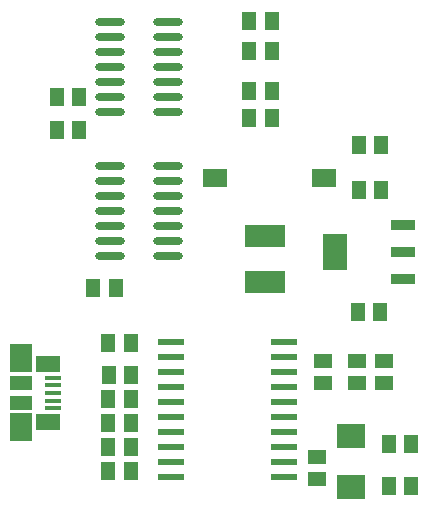
<source format=gtp>
G04 Layer_Color=8421504*
%FSLAX23Y23*%
%MOIN*%
G70*
G01*
G75*
%ADD10R,0.083X0.063*%
%ADD11R,0.051X0.059*%
%ADD12R,0.075X0.094*%
%ADD13R,0.075X0.046*%
%ADD14R,0.054X0.018*%
%ADD15R,0.083X0.058*%
%ADD16O,0.098X0.028*%
%ADD17R,0.059X0.051*%
%ADD18R,0.087X0.024*%
%ADD19R,0.087X0.024*%
%ADD20R,0.083X0.122*%
%ADD21R,0.083X0.033*%
%ADD22R,0.134X0.075*%
%ADD23R,0.094X0.083*%
D10*
X854Y1130D02*
D03*
X1216D02*
D03*
D11*
X1042Y1655D02*
D03*
X968D02*
D03*
Y1330D02*
D03*
X1042D02*
D03*
Y1555D02*
D03*
X968D02*
D03*
Y1420D02*
D03*
X1042D02*
D03*
X1507Y245D02*
D03*
X1432D02*
D03*
Y105D02*
D03*
X1507D02*
D03*
X522Y765D02*
D03*
X448D02*
D03*
X325Y1400D02*
D03*
X400D02*
D03*
X499Y475D02*
D03*
X574D02*
D03*
X498Y395D02*
D03*
X572D02*
D03*
Y315D02*
D03*
X498D02*
D03*
X498Y235D02*
D03*
X572D02*
D03*
X498Y155D02*
D03*
X572D02*
D03*
X498Y580D02*
D03*
X572D02*
D03*
X1333Y1240D02*
D03*
X1407D02*
D03*
X400Y1290D02*
D03*
X325D02*
D03*
X1404Y685D02*
D03*
X1329D02*
D03*
X1333Y1090D02*
D03*
X1407D02*
D03*
D12*
X208Y530D02*
D03*
Y300D02*
D03*
D13*
Y382D02*
D03*
Y448D02*
D03*
D14*
X312Y415D02*
D03*
Y389D02*
D03*
Y364D02*
D03*
Y466D02*
D03*
Y441D02*
D03*
D15*
X298Y318D02*
D03*
Y512D02*
D03*
D16*
X504Y1170D02*
D03*
Y1120D02*
D03*
Y1070D02*
D03*
Y1020D02*
D03*
Y970D02*
D03*
Y920D02*
D03*
Y870D02*
D03*
X696Y1170D02*
D03*
Y1120D02*
D03*
Y1070D02*
D03*
Y1020D02*
D03*
Y970D02*
D03*
Y920D02*
D03*
Y870D02*
D03*
X504Y1650D02*
D03*
Y1600D02*
D03*
Y1550D02*
D03*
Y1500D02*
D03*
Y1450D02*
D03*
Y1400D02*
D03*
Y1350D02*
D03*
X696Y1650D02*
D03*
Y1600D02*
D03*
Y1550D02*
D03*
Y1500D02*
D03*
Y1450D02*
D03*
Y1400D02*
D03*
Y1350D02*
D03*
D17*
X1327Y522D02*
D03*
Y448D02*
D03*
X1212D02*
D03*
Y522D02*
D03*
X1192Y128D02*
D03*
Y202D02*
D03*
X1417Y522D02*
D03*
Y448D02*
D03*
D18*
X1084Y136D02*
D03*
Y186D02*
D03*
Y236D02*
D03*
Y286D02*
D03*
Y336D02*
D03*
Y386D02*
D03*
Y436D02*
D03*
Y486D02*
D03*
Y536D02*
D03*
Y586D02*
D03*
X706D02*
D03*
D19*
Y136D02*
D03*
Y186D02*
D03*
Y236D02*
D03*
Y286D02*
D03*
Y336D02*
D03*
Y386D02*
D03*
Y436D02*
D03*
Y486D02*
D03*
Y536D02*
D03*
D20*
X1254Y885D02*
D03*
D21*
X1479Y976D02*
D03*
Y885D02*
D03*
Y794D02*
D03*
D22*
X1020Y783D02*
D03*
Y937D02*
D03*
D23*
X1307Y270D02*
D03*
Y100D02*
D03*
M02*

</source>
